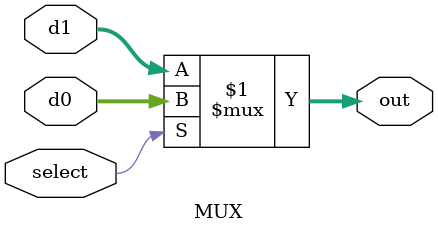
<source format=v>
`timescale 1ns / 1ps


module MUX(
input [1:0]d0,
input [1:0]d1,
input select,
output [1:0]out
    );

assign out=select?d0:d1;

endmodule

</source>
